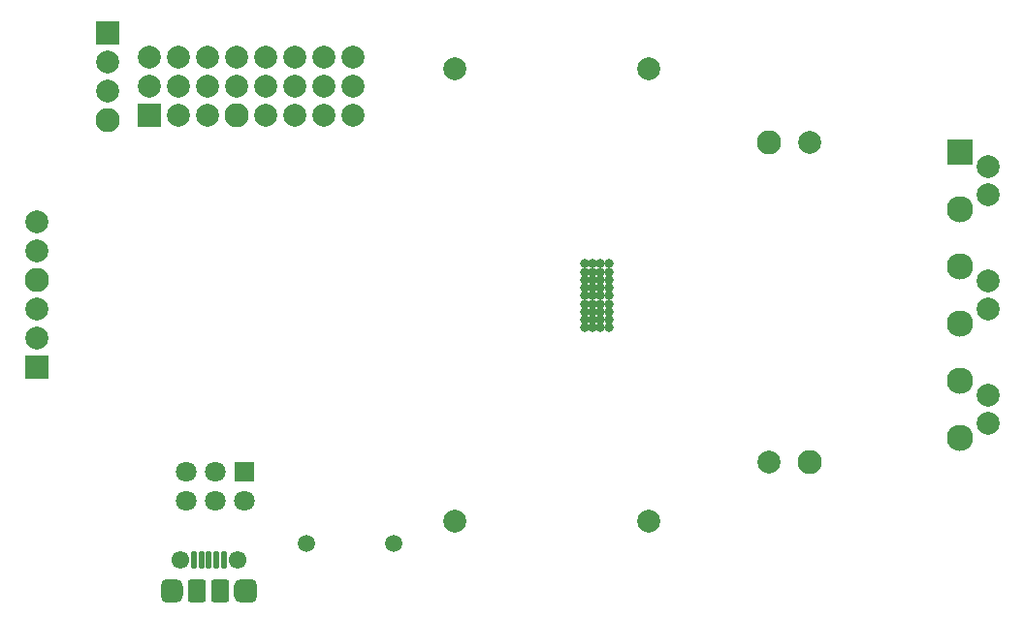
<source format=gts>
G04 Layer_Color=8388736*
%FSLAX43Y43*%
%MOMM*%
G71*
G01*
G75*
%ADD27C,1.500*%
%ADD30C,0.800*%
G04:AMPARAMS|DCode=72|XSize=2mm|YSize=1.6mm|CornerRadius=0.237mm|HoleSize=0mm|Usage=FLASHONLY|Rotation=90.000|XOffset=0mm|YOffset=0mm|HoleType=Round|Shape=RoundedRectangle|*
%AMROUNDEDRECTD72*
21,1,2.000,1.125,0,0,90.0*
21,1,1.525,1.600,0,0,90.0*
1,1,0.475,0.563,0.762*
1,1,0.475,0.563,-0.762*
1,1,0.475,-0.563,-0.762*
1,1,0.475,-0.563,0.762*
%
%ADD72ROUNDEDRECTD72*%
G04:AMPARAMS|DCode=73|XSize=2mm|YSize=1.8mm|CornerRadius=0.56mm|HoleSize=0mm|Usage=FLASHONLY|Rotation=270.000|XOffset=0mm|YOffset=0mm|HoleType=Round|Shape=RoundedRectangle|*
%AMROUNDEDRECTD73*
21,1,2.000,0.680,0,0,270.0*
21,1,0.880,1.800,0,0,270.0*
1,1,1.120,-0.340,-0.440*
1,1,1.120,-0.340,0.440*
1,1,1.120,0.340,0.440*
1,1,1.120,0.340,-0.440*
%
%ADD73ROUNDEDRECTD73*%
G04:AMPARAMS|DCode=74|XSize=1.45mm|YSize=0.5mm|CornerRadius=0.1mm|HoleSize=0mm|Usage=FLASHONLY|Rotation=90.000|XOffset=0mm|YOffset=0mm|HoleType=Round|Shape=RoundedRectangle|*
%AMROUNDEDRECTD74*
21,1,1.450,0.300,0,0,90.0*
21,1,1.250,0.500,0,0,90.0*
1,1,0.200,0.150,0.625*
1,1,0.200,0.150,-0.625*
1,1,0.200,-0.150,-0.625*
1,1,0.200,-0.150,0.625*
%
%ADD74ROUNDEDRECTD74*%
%ADD75C,2.000*%
%ADD76C,0.100*%
%ADD77C,1.550*%
G04:AMPARAMS|DCode=78|XSize=2mm|YSize=1.3mm|CornerRadius=0.41mm|HoleSize=0mm|Usage=FLASHONLY|Rotation=270.000|XOffset=0mm|YOffset=0mm|HoleType=Round|Shape=RoundedRectangle|*
%AMROUNDEDRECTD78*
21,1,2.000,0.480,0,0,270.0*
21,1,1.180,1.300,0,0,270.0*
1,1,0.820,-0.240,-0.590*
1,1,0.820,-0.240,0.590*
1,1,0.820,0.240,0.590*
1,1,0.820,0.240,-0.590*
%
%ADD78ROUNDEDRECTD78*%
%ADD79R,2.000X2.000*%
%ADD80C,2.103*%
%ADD81C,2.300*%
%ADD82R,2.300X2.300*%
%ADD83R,2.000X2.000*%
%ADD84C,1.800*%
%ADD85R,1.800X1.800*%
D27*
X26500Y6300D02*
D03*
X34100D02*
D03*
D30*
X52867Y28664D02*
D03*
Y27964D02*
D03*
Y27264D02*
D03*
Y26564D02*
D03*
Y25864D02*
D03*
Y25164D02*
D03*
Y29364D02*
D03*
Y30064D02*
D03*
Y30764D02*
D03*
X51467Y30764D02*
D03*
X50767Y30764D02*
D03*
X52167Y30764D02*
D03*
X51467Y30064D02*
D03*
X50767Y30064D02*
D03*
X52167Y30064D02*
D03*
X51467Y29364D02*
D03*
X50767Y29364D02*
D03*
X52167Y29364D02*
D03*
X51467Y25164D02*
D03*
X50767Y25164D02*
D03*
X51467Y25864D02*
D03*
X50767Y25864D02*
D03*
X52167Y25864D02*
D03*
Y25164D02*
D03*
Y26564D02*
D03*
X50767Y26564D02*
D03*
X51467Y26564D02*
D03*
X52167Y27264D02*
D03*
X50767Y27264D02*
D03*
X51467Y27264D02*
D03*
X52167Y27964D02*
D03*
X50767Y27964D02*
D03*
X51467Y27964D02*
D03*
X52167Y28664D02*
D03*
X50767Y28664D02*
D03*
X51467Y28664D02*
D03*
D72*
X18948Y2150D02*
D03*
X16948D02*
D03*
D73*
X21073Y2150D02*
D03*
X14823Y2150D02*
D03*
D74*
X19248Y4850D02*
D03*
X18598Y4850D02*
D03*
X17948Y4850D02*
D03*
X17298Y4850D02*
D03*
X16648Y4850D02*
D03*
D75*
X85976Y39286D02*
D03*
Y36786D02*
D03*
Y16786D02*
D03*
Y19286D02*
D03*
Y29286D02*
D03*
Y26786D02*
D03*
X22910Y43750D02*
D03*
X25450D02*
D03*
X30530D02*
D03*
X27990D02*
D03*
Y46290D02*
D03*
X30530D02*
D03*
X25450D02*
D03*
X22910D02*
D03*
Y48830D02*
D03*
X25450D02*
D03*
X30530D02*
D03*
X27990D02*
D03*
X20370D02*
D03*
X17830D02*
D03*
X15290D02*
D03*
X12750D02*
D03*
Y46290D02*
D03*
X15290D02*
D03*
X17830D02*
D03*
X20370D02*
D03*
X17830Y43750D02*
D03*
X15290D02*
D03*
X9150Y48430D02*
D03*
X9150Y45890D02*
D03*
X2900Y31851D02*
D03*
Y24231D02*
D03*
Y26771D02*
D03*
Y34391D02*
D03*
X39400Y8286D02*
D03*
X56400D02*
D03*
X39400Y47786D02*
D03*
X56400D02*
D03*
X66900Y13400D02*
D03*
X70400Y41400D02*
D03*
D76*
X86500Y3500D02*
D03*
X86500Y52500D02*
D03*
X3500D02*
D03*
Y3500D02*
D03*
D77*
X20448Y4850D02*
D03*
X15448Y4850D02*
D03*
D78*
X21448Y2150D02*
D03*
X14448D02*
D03*
D79*
X12750Y43750D02*
D03*
D80*
X20370D02*
D03*
X9150Y43350D02*
D03*
X2900Y29311D02*
D03*
X70400Y13400D02*
D03*
X66900Y41400D02*
D03*
D81*
X83576Y15536D02*
D03*
Y25536D02*
D03*
X83576Y35536D02*
D03*
X83576Y30536D02*
D03*
X83576Y20536D02*
D03*
D82*
X83576Y40536D02*
D03*
D83*
X9150Y50970D02*
D03*
X2900Y21691D02*
D03*
D84*
X21040Y10035D02*
D03*
X18500Y10035D02*
D03*
X15960Y10035D02*
D03*
X15960Y12575D02*
D03*
X18500D02*
D03*
D85*
X21040D02*
D03*
M02*

</source>
